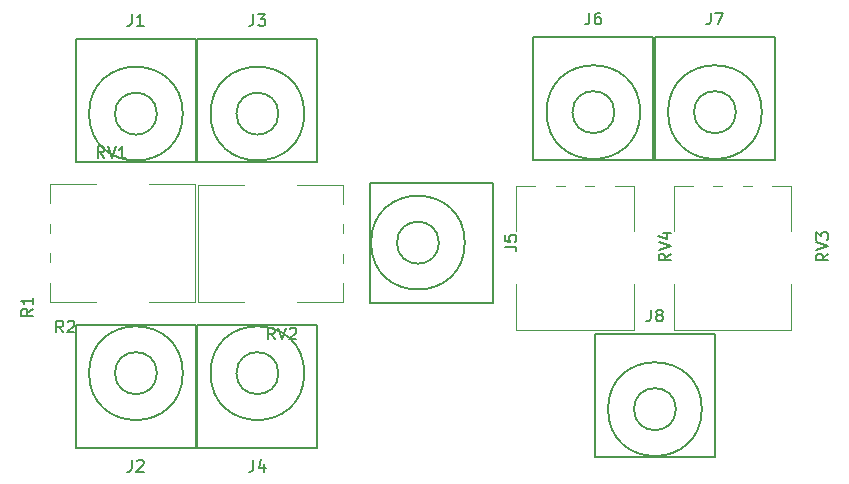
<source format=gto>
G04 #@! TF.GenerationSoftware,KiCad,Pcbnew,(5.0.2)-1*
G04 #@! TF.CreationDate,2019-02-20T17:00:52+00:00*
G04 #@! TF.ProjectId,Modulator,4d6f6475-6c61-4746-9f72-2e6b69636164,rev?*
G04 #@! TF.SameCoordinates,Original*
G04 #@! TF.FileFunction,Legend,Top*
G04 #@! TF.FilePolarity,Positive*
%FSLAX46Y46*%
G04 Gerber Fmt 4.6, Leading zero omitted, Abs format (unit mm)*
G04 Created by KiCad (PCBNEW (5.0.2)-1) date 20/02/2019 17:00:52*
%MOMM*%
%LPD*%
G01*
G04 APERTURE LIST*
%ADD10C,0.150000*%
%ADD11C,0.120000*%
G04 APERTURE END LIST*
D10*
G04 #@! TO.C,J1*
X68961000Y-34163000D02*
X79121000Y-34163000D01*
X79121000Y-34163000D02*
X79121000Y-44577000D01*
X79121000Y-44577000D02*
X68961000Y-44577000D01*
X68961000Y-44577000D02*
X68961000Y-34163000D01*
X78008607Y-40513000D02*
G75*
G03X78008607Y-40513000I-3967607J0D01*
G01*
X75819000Y-40513000D02*
G75*
G03X75819000Y-40513000I-1778000J0D01*
G01*
G04 #@! TO.C,J2*
X75819000Y-62484000D02*
G75*
G03X75819000Y-62484000I-1778000J0D01*
G01*
X78008607Y-62484000D02*
G75*
G03X78008607Y-62484000I-3967607J0D01*
G01*
X79121000Y-58420000D02*
X79121000Y-68834000D01*
X68961000Y-58420000D02*
X79121000Y-58420000D01*
X68961000Y-68834000D02*
X68961000Y-58420000D01*
X79121000Y-68834000D02*
X68961000Y-68834000D01*
G04 #@! TO.C,J3*
X86106000Y-40513000D02*
G75*
G03X86106000Y-40513000I-1778000J0D01*
G01*
X88295607Y-40513000D02*
G75*
G03X88295607Y-40513000I-3967607J0D01*
G01*
X79248000Y-44577000D02*
X79248000Y-34163000D01*
X89408000Y-44577000D02*
X79248000Y-44577000D01*
X89408000Y-34163000D02*
X89408000Y-44577000D01*
X79248000Y-34163000D02*
X89408000Y-34163000D01*
G04 #@! TO.C,J4*
X89408000Y-68834000D02*
X79248000Y-68834000D01*
X79248000Y-68834000D02*
X79248000Y-58420000D01*
X79248000Y-58420000D02*
X89408000Y-58420000D01*
X89408000Y-58420000D02*
X89408000Y-68834000D01*
X88295607Y-62484000D02*
G75*
G03X88295607Y-62484000I-3967607J0D01*
G01*
X86106000Y-62484000D02*
G75*
G03X86106000Y-62484000I-1778000J0D01*
G01*
G04 #@! TO.C,J5*
X104267000Y-46355000D02*
X104267000Y-56515000D01*
X104267000Y-56515000D02*
X93853000Y-56515000D01*
X93853000Y-56515000D02*
X93853000Y-46355000D01*
X93853000Y-46355000D02*
X104267000Y-46355000D01*
X101884607Y-51435000D02*
G75*
G03X101884607Y-51435000I-3967607J0D01*
G01*
X99695000Y-51435000D02*
G75*
G03X99695000Y-51435000I-1778000J0D01*
G01*
G04 #@! TO.C,J6*
X114554000Y-40386000D02*
G75*
G03X114554000Y-40386000I-1778000J0D01*
G01*
X116743607Y-40386000D02*
G75*
G03X116743607Y-40386000I-3967607J0D01*
G01*
X107696000Y-44450000D02*
X107696000Y-34036000D01*
X117856000Y-44450000D02*
X107696000Y-44450000D01*
X117856000Y-34036000D02*
X117856000Y-44450000D01*
X107696000Y-34036000D02*
X117856000Y-34036000D01*
G04 #@! TO.C,J7*
X117983000Y-34036000D02*
X128143000Y-34036000D01*
X128143000Y-34036000D02*
X128143000Y-44450000D01*
X128143000Y-44450000D02*
X117983000Y-44450000D01*
X117983000Y-44450000D02*
X117983000Y-34036000D01*
X127030607Y-40386000D02*
G75*
G03X127030607Y-40386000I-3967607J0D01*
G01*
X124841000Y-40386000D02*
G75*
G03X124841000Y-40386000I-1778000J0D01*
G01*
G04 #@! TO.C,J8*
X119761000Y-65532000D02*
G75*
G03X119761000Y-65532000I-1778000J0D01*
G01*
X121950607Y-65532000D02*
G75*
G03X121950607Y-65532000I-3967607J0D01*
G01*
X112903000Y-69596000D02*
X112903000Y-59182000D01*
X123063000Y-69596000D02*
X112903000Y-69596000D01*
X123063000Y-59182000D02*
X123063000Y-69596000D01*
X112903000Y-59182000D02*
X123063000Y-59182000D01*
D11*
G04 #@! TO.C,RV1*
X66793000Y-46505000D02*
X70658000Y-46505000D01*
X75168000Y-46505000D02*
X79033000Y-46505000D01*
X66793000Y-56445000D02*
X70658000Y-56445000D01*
X75168000Y-56445000D02*
X79033000Y-56445000D01*
X66793000Y-46505000D02*
X66793000Y-48104000D01*
X66793000Y-49846000D02*
X66793000Y-50605000D01*
X66793000Y-52346000D02*
X66793000Y-53105000D01*
X66793000Y-54845000D02*
X66793000Y-56445000D01*
X79033000Y-46505000D02*
X79033000Y-56445000D01*
G04 #@! TO.C,RV2*
X79336000Y-56492000D02*
X79336000Y-46552000D01*
X91576000Y-48152000D02*
X91576000Y-46552000D01*
X91576000Y-50651000D02*
X91576000Y-49892000D01*
X91576000Y-53151000D02*
X91576000Y-52392000D01*
X91576000Y-56492000D02*
X91576000Y-54893000D01*
X83201000Y-46552000D02*
X79336000Y-46552000D01*
X91576000Y-46552000D02*
X87711000Y-46552000D01*
X83201000Y-56492000D02*
X79336000Y-56492000D01*
X91576000Y-56492000D02*
X87711000Y-56492000D01*
G04 #@! TO.C,RV3*
X129517000Y-46600000D02*
X129517000Y-50465000D01*
X129517000Y-54975000D02*
X129517000Y-58840000D01*
X119577000Y-46600000D02*
X119577000Y-50465000D01*
X119577000Y-54975000D02*
X119577000Y-58840000D01*
X129517000Y-46600000D02*
X127918000Y-46600000D01*
X126176000Y-46600000D02*
X125417000Y-46600000D01*
X123676000Y-46600000D02*
X122917000Y-46600000D01*
X121177000Y-46600000D02*
X119577000Y-46600000D01*
X129517000Y-58840000D02*
X119577000Y-58840000D01*
G04 #@! TO.C,RV4*
X116182000Y-58840000D02*
X106242000Y-58840000D01*
X107842000Y-46600000D02*
X106242000Y-46600000D01*
X110341000Y-46600000D02*
X109582000Y-46600000D01*
X112841000Y-46600000D02*
X112082000Y-46600000D01*
X116182000Y-46600000D02*
X114583000Y-46600000D01*
X106242000Y-54975000D02*
X106242000Y-58840000D01*
X106242000Y-46600000D02*
X106242000Y-50465000D01*
X116182000Y-54975000D02*
X116182000Y-58840000D01*
X116182000Y-46600000D02*
X116182000Y-50465000D01*
G04 #@! TO.C,J1*
D10*
X73707666Y-32083380D02*
X73707666Y-32797666D01*
X73660047Y-32940523D01*
X73564809Y-33035761D01*
X73421952Y-33083380D01*
X73326714Y-33083380D01*
X74707666Y-33083380D02*
X74136238Y-33083380D01*
X74421952Y-33083380D02*
X74421952Y-32083380D01*
X74326714Y-32226238D01*
X74231476Y-32321476D01*
X74136238Y-32369095D01*
G04 #@! TO.C,J2*
X73707666Y-69818380D02*
X73707666Y-70532666D01*
X73660047Y-70675523D01*
X73564809Y-70770761D01*
X73421952Y-70818380D01*
X73326714Y-70818380D01*
X74136238Y-69913619D02*
X74183857Y-69866000D01*
X74279095Y-69818380D01*
X74517190Y-69818380D01*
X74612428Y-69866000D01*
X74660047Y-69913619D01*
X74707666Y-70008857D01*
X74707666Y-70104095D01*
X74660047Y-70246952D01*
X74088619Y-70818380D01*
X74707666Y-70818380D01*
G04 #@! TO.C,J3*
X83994666Y-32083380D02*
X83994666Y-32797666D01*
X83947047Y-32940523D01*
X83851809Y-33035761D01*
X83708952Y-33083380D01*
X83613714Y-33083380D01*
X84375619Y-32083380D02*
X84994666Y-32083380D01*
X84661333Y-32464333D01*
X84804190Y-32464333D01*
X84899428Y-32511952D01*
X84947047Y-32559571D01*
X84994666Y-32654809D01*
X84994666Y-32892904D01*
X84947047Y-32988142D01*
X84899428Y-33035761D01*
X84804190Y-33083380D01*
X84518476Y-33083380D01*
X84423238Y-33035761D01*
X84375619Y-32988142D01*
G04 #@! TO.C,J4*
X83994666Y-69818380D02*
X83994666Y-70532666D01*
X83947047Y-70675523D01*
X83851809Y-70770761D01*
X83708952Y-70818380D01*
X83613714Y-70818380D01*
X84899428Y-70151714D02*
X84899428Y-70818380D01*
X84661333Y-69770761D02*
X84423238Y-70485047D01*
X85042285Y-70485047D01*
G04 #@! TO.C,J5*
X105251380Y-51768333D02*
X105965666Y-51768333D01*
X106108523Y-51815952D01*
X106203761Y-51911190D01*
X106251380Y-52054047D01*
X106251380Y-52149285D01*
X105251380Y-50815952D02*
X105251380Y-51292142D01*
X105727571Y-51339761D01*
X105679952Y-51292142D01*
X105632333Y-51196904D01*
X105632333Y-50958809D01*
X105679952Y-50863571D01*
X105727571Y-50815952D01*
X105822809Y-50768333D01*
X106060904Y-50768333D01*
X106156142Y-50815952D01*
X106203761Y-50863571D01*
X106251380Y-50958809D01*
X106251380Y-51196904D01*
X106203761Y-51292142D01*
X106156142Y-51339761D01*
G04 #@! TO.C,J6*
X112442666Y-31956380D02*
X112442666Y-32670666D01*
X112395047Y-32813523D01*
X112299809Y-32908761D01*
X112156952Y-32956380D01*
X112061714Y-32956380D01*
X113347428Y-31956380D02*
X113156952Y-31956380D01*
X113061714Y-32004000D01*
X113014095Y-32051619D01*
X112918857Y-32194476D01*
X112871238Y-32384952D01*
X112871238Y-32765904D01*
X112918857Y-32861142D01*
X112966476Y-32908761D01*
X113061714Y-32956380D01*
X113252190Y-32956380D01*
X113347428Y-32908761D01*
X113395047Y-32861142D01*
X113442666Y-32765904D01*
X113442666Y-32527809D01*
X113395047Y-32432571D01*
X113347428Y-32384952D01*
X113252190Y-32337333D01*
X113061714Y-32337333D01*
X112966476Y-32384952D01*
X112918857Y-32432571D01*
X112871238Y-32527809D01*
G04 #@! TO.C,J7*
X122729666Y-31956380D02*
X122729666Y-32670666D01*
X122682047Y-32813523D01*
X122586809Y-32908761D01*
X122443952Y-32956380D01*
X122348714Y-32956380D01*
X123110619Y-31956380D02*
X123777285Y-31956380D01*
X123348714Y-32956380D01*
G04 #@! TO.C,J8*
X117649666Y-57102380D02*
X117649666Y-57816666D01*
X117602047Y-57959523D01*
X117506809Y-58054761D01*
X117363952Y-58102380D01*
X117268714Y-58102380D01*
X118268714Y-57530952D02*
X118173476Y-57483333D01*
X118125857Y-57435714D01*
X118078238Y-57340476D01*
X118078238Y-57292857D01*
X118125857Y-57197619D01*
X118173476Y-57150000D01*
X118268714Y-57102380D01*
X118459190Y-57102380D01*
X118554428Y-57150000D01*
X118602047Y-57197619D01*
X118649666Y-57292857D01*
X118649666Y-57340476D01*
X118602047Y-57435714D01*
X118554428Y-57483333D01*
X118459190Y-57530952D01*
X118268714Y-57530952D01*
X118173476Y-57578571D01*
X118125857Y-57626190D01*
X118078238Y-57721428D01*
X118078238Y-57911904D01*
X118125857Y-58007142D01*
X118173476Y-58054761D01*
X118268714Y-58102380D01*
X118459190Y-58102380D01*
X118554428Y-58054761D01*
X118602047Y-58007142D01*
X118649666Y-57911904D01*
X118649666Y-57721428D01*
X118602047Y-57626190D01*
X118554428Y-57578571D01*
X118459190Y-57530952D01*
G04 #@! TO.C,R1*
X65322380Y-57039666D02*
X64846190Y-57373000D01*
X65322380Y-57611095D02*
X64322380Y-57611095D01*
X64322380Y-57230142D01*
X64370000Y-57134904D01*
X64417619Y-57087285D01*
X64512857Y-57039666D01*
X64655714Y-57039666D01*
X64750952Y-57087285D01*
X64798571Y-57134904D01*
X64846190Y-57230142D01*
X64846190Y-57611095D01*
X65322380Y-56087285D02*
X65322380Y-56658714D01*
X65322380Y-56373000D02*
X64322380Y-56373000D01*
X64465238Y-56468238D01*
X64560476Y-56563476D01*
X64608095Y-56658714D01*
G04 #@! TO.C,R2*
X67882333Y-59026380D02*
X67549000Y-58550190D01*
X67310904Y-59026380D02*
X67310904Y-58026380D01*
X67691857Y-58026380D01*
X67787095Y-58074000D01*
X67834714Y-58121619D01*
X67882333Y-58216857D01*
X67882333Y-58359714D01*
X67834714Y-58454952D01*
X67787095Y-58502571D01*
X67691857Y-58550190D01*
X67310904Y-58550190D01*
X68263285Y-58121619D02*
X68310904Y-58074000D01*
X68406142Y-58026380D01*
X68644238Y-58026380D01*
X68739476Y-58074000D01*
X68787095Y-58121619D01*
X68834714Y-58216857D01*
X68834714Y-58312095D01*
X68787095Y-58454952D01*
X68215666Y-59026380D01*
X68834714Y-59026380D01*
G04 #@! TO.C,RV1*
X71367761Y-44277380D02*
X71034428Y-43801190D01*
X70796333Y-44277380D02*
X70796333Y-43277380D01*
X71177285Y-43277380D01*
X71272523Y-43325000D01*
X71320142Y-43372619D01*
X71367761Y-43467857D01*
X71367761Y-43610714D01*
X71320142Y-43705952D01*
X71272523Y-43753571D01*
X71177285Y-43801190D01*
X70796333Y-43801190D01*
X71653476Y-43277380D02*
X71986809Y-44277380D01*
X72320142Y-43277380D01*
X73177285Y-44277380D02*
X72605857Y-44277380D01*
X72891571Y-44277380D02*
X72891571Y-43277380D01*
X72796333Y-43420238D01*
X72701095Y-43515476D01*
X72605857Y-43563095D01*
G04 #@! TO.C,RV2*
X85810761Y-59624380D02*
X85477428Y-59148190D01*
X85239333Y-59624380D02*
X85239333Y-58624380D01*
X85620285Y-58624380D01*
X85715523Y-58672000D01*
X85763142Y-58719619D01*
X85810761Y-58814857D01*
X85810761Y-58957714D01*
X85763142Y-59052952D01*
X85715523Y-59100571D01*
X85620285Y-59148190D01*
X85239333Y-59148190D01*
X86096476Y-58624380D02*
X86429809Y-59624380D01*
X86763142Y-58624380D01*
X87048857Y-58719619D02*
X87096476Y-58672000D01*
X87191714Y-58624380D01*
X87429809Y-58624380D01*
X87525047Y-58672000D01*
X87572666Y-58719619D01*
X87620285Y-58814857D01*
X87620285Y-58910095D01*
X87572666Y-59052952D01*
X87001238Y-59624380D01*
X87620285Y-59624380D01*
G04 #@! TO.C,RV3*
X132649380Y-52365238D02*
X132173190Y-52698571D01*
X132649380Y-52936666D02*
X131649380Y-52936666D01*
X131649380Y-52555714D01*
X131697000Y-52460476D01*
X131744619Y-52412857D01*
X131839857Y-52365238D01*
X131982714Y-52365238D01*
X132077952Y-52412857D01*
X132125571Y-52460476D01*
X132173190Y-52555714D01*
X132173190Y-52936666D01*
X131649380Y-52079523D02*
X132649380Y-51746190D01*
X131649380Y-51412857D01*
X131649380Y-51174761D02*
X131649380Y-50555714D01*
X132030333Y-50889047D01*
X132030333Y-50746190D01*
X132077952Y-50650952D01*
X132125571Y-50603333D01*
X132220809Y-50555714D01*
X132458904Y-50555714D01*
X132554142Y-50603333D01*
X132601761Y-50650952D01*
X132649380Y-50746190D01*
X132649380Y-51031904D01*
X132601761Y-51127142D01*
X132554142Y-51174761D01*
G04 #@! TO.C,RV4*
X119314380Y-52365238D02*
X118838190Y-52698571D01*
X119314380Y-52936666D02*
X118314380Y-52936666D01*
X118314380Y-52555714D01*
X118362000Y-52460476D01*
X118409619Y-52412857D01*
X118504857Y-52365238D01*
X118647714Y-52365238D01*
X118742952Y-52412857D01*
X118790571Y-52460476D01*
X118838190Y-52555714D01*
X118838190Y-52936666D01*
X118314380Y-52079523D02*
X119314380Y-51746190D01*
X118314380Y-51412857D01*
X118647714Y-50650952D02*
X119314380Y-50650952D01*
X118266761Y-50889047D02*
X118981047Y-51127142D01*
X118981047Y-50508095D01*
G04 #@! TD*
M02*

</source>
